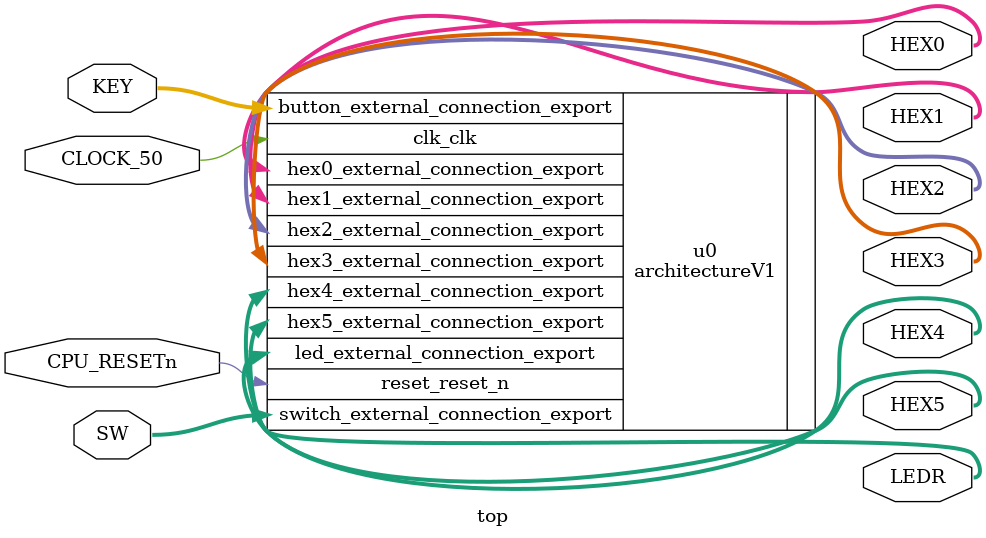
<source format=v>
`timescale 1 ps / 1 ps
module top(
        //Reset and Clocks
        input CLOCK_50,    //2.5v
        input CPU_RESETn,  //3.3-v LVCMOS
        input [3:0] KEY,   //1.5v; the pushbuttons
        input [9:0] SW,    //For the switch	
		  
        output [9:0] LEDR, //1.5v
        output [6:0] HEX0,HEX1,HEX2,HEX3,HEX4,HEX5  //For the 7seg displays
); 

//Instantiate Qsys based Nios system
//Software LED assignment

architectureV1 u0 (
.clk_clk (CLOCK_50), //clk.clk
.led_external_connection_export    (LEDR[9:0]),  //led_external_connection.export
.reset_reset_n                     (CPU_RESETn), //reset.reset_n
.button_external_connection_export (KEY[3:0]),   //button_external_connection.export
.switch_external_connection_export (SW[9:0]),    //switch_external_connection.export
.hex0_external_connection_export   (HEX0),       //hex0_external_connection.export
.hex1_external_connection_export   (HEX1),       //hex1_external_connection.export
.hex2_external_connection_export   (HEX2),       //hex2_external_connection.export
.hex3_external_connection_export   (HEX3),       //hex3_external_connection.export
.hex4_external_connection_export   (HEX4),       //hex4_external_connection.export
.hex5_external_connection_export   (HEX5)        //hex5_external_connection.export
);
endmodule
</source>
